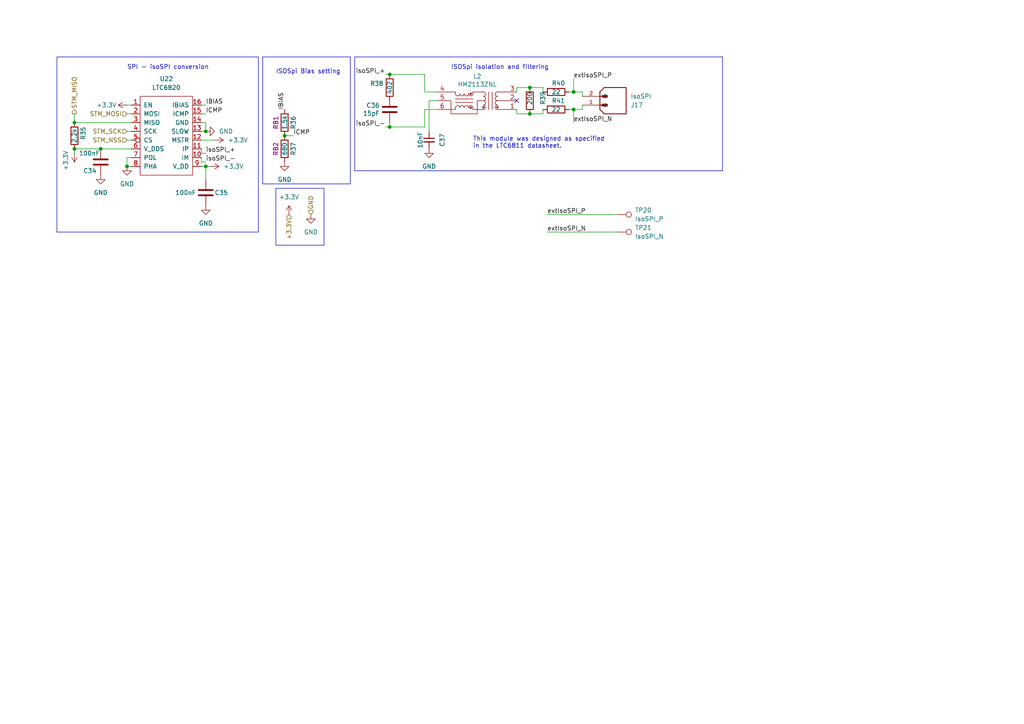
<source format=kicad_sch>
(kicad_sch (version 20231120) (generator "eeschema") (generator_version "8.0")
  (paper "A4")
  (lib_symbols
    (symbol "1FS_2_Global_Symbol_Library:1053091202" (pin_names (offset 1.016))
      (property "Reference" "J" (at 0 3.81 0))
      (property "Value" "1053091202" (at 0 -7.62 0))
      (symbol "1053091202_0_0"
        (polyline (pts (xy 0 -3.81) (xy 1.27 -5.08)) (stroke (width 0.254)))
        (polyline (pts (xy 0 -2.54) (xy 1.905 -2.54)) (stroke (width 0.254)))
        (polyline (pts (xy 0 0) (xy 0 -3.81)) (stroke (width 0.254)))
        (polyline (pts (xy 0 0) (xy 1.905 0)) (stroke (width 0.254)))
        (polyline (pts (xy 0 1.27) (xy 0 0)) (stroke (width 0.254)))
        (polyline (pts (xy 0 1.27) (xy 1.27 2.54)) (stroke (width 0.254)))
        (polyline (pts (xy 1.27 -5.08) (xy 7.62 -5.08)) (stroke (width 0.254)))
        (polyline (pts (xy 7.62 -5.08) (xy 7.62 2.54)) (stroke (width 0.254)))
        (polyline (pts (xy 7.62 2.54) (xy 1.27 2.54)) (stroke (width 0.254)))
        (rectangle (start 0.635 -2.8575) (end 2.2225 -2.2225) (stroke (width 0.1)) (fill (type outline)))
        (rectangle (start 0.635 -0.3175) (end 2.2225 0.3175) (stroke (width 0.1)) (fill (type outline)))
        (pin passive line (at -5.08 0 0) (length 5.08) (name "1") (number "1"))
        (pin passive line (at -5.08 -2.54 0) (length 5.08) (name "2") (number "2"))
      )
    )
    (symbol "Connector:TestPoint" (pin_numbers hide) (pin_names (offset 0.762) hide)
      (property "Reference" "TP" (at 0 6.858 0))
      (property "Value" "TestPoint" (at 0 5.08 0))
      (symbol "TestPoint_0_1"
        (circle (center 0 3.302) (radius 0.762))
      )
      (symbol "TestPoint_1_1"
        (pin passive line (at 0 0 90) (length 2.54) (name "1") (number "1"))
      )
    )
    (symbol "Device:C" (pin_numbers hide) (pin_names (offset 0.254))
      (property "Reference" "C" (at 0.635 2.54 0))
      (property "Value" "C" (at 0.635 -2.54 0))
      (symbol "C_0_1"
        (polyline (pts (xy -2.032 -0.762) (xy 2.032 -0.762)) (stroke (width 0.508)))
        (polyline (pts (xy -2.032 0.762) (xy 2.032 0.762)) (stroke (width 0.508)))
      )
      (symbol "C_1_1"
        (pin passive line (at 0 3.81 270) (length 2.794) (name "~") (number "1"))
        (pin passive line (at 0 -3.81 90) (length 2.794) (name "~") (number "2"))
      )
    )
    (symbol "Device:C_Small" (pin_numbers hide) (pin_names (offset 0.254) hide)
      (property "Reference" "C" (at 0.254 1.778 0))
      (property "Value" "C_Small" (at 0.254 -2.032 0))
      (symbol "C_Small_0_1"
        (polyline (pts (xy -1.524 -0.508) (xy 1.524 -0.508)) (stroke (width 0.3302)))
        (polyline (pts (xy -1.524 0.508) (xy 1.524 0.508)) (stroke (width 0.3048)))
      )
      (symbol "C_Small_1_1"
        (pin passive line (at 0 2.54 270) (length 2.032) (name "~") (number "1"))
        (pin passive line (at 0 -2.54 90) (length 2.032) (name "~") (number "2"))
      )
    )
    (symbol "Device:R" (pin_numbers hide) (pin_names (offset 0))
      (property "Reference" "R" (at 2.032 0 90))
      (property "Value" "R" (at 0 0 90))
      (symbol "R_0_1"
        (rectangle (start -1.016 -2.54) (end 1.016 2.54) (stroke (width 0.254)))
      )
      (symbol "R_1_1"
        (pin passive line (at 0 3.81 270) (length 1.27) (name "~") (number "1"))
        (pin passive line (at 0 -3.81 90) (length 1.27) (name "~") (number "2"))
      )
    )
    (symbol "FSSymbols:HM2113ZNL" (pin_names (offset 0.254) hide)
      (property "Reference" "L" (at 0 7.62 0))
      (property "Value" "HM2113ZNL" (at 0 5.08 0))
      (symbol "HM2113ZNL_0_1"
        (arc (start -6.35 2.032) (mid -5.715 1.3997) (end -5.08 2.032))
        (arc (start -5.08 -2.032) (mid -5.715 -1.3997) (end -6.35 -2.032))
        (arc (start -5.08 2.032) (mid -4.445 1.3997) (end -3.81 2.032))
        (arc (start -3.81 -2.032) (mid -4.445 -1.3997) (end -5.08 -2.032))
        (arc (start -3.81 2.032) (mid -3.175 1.3997) (end -2.54 2.032))
        (arc (start -2.54 -2.032) (mid -3.175 -1.3997) (end -3.81 -2.032))
        (arc (start -2.54 2.032) (mid -1.905 1.3997) (end -1.27 2.032))
        (circle (center -1.905 -2.032) (radius 0.254) (fill (type outline)))
        (circle (center -1.905 2.032) (radius 0.254) (fill (type outline)))
        (arc (start -1.27 -2.032) (mid -1.905 -1.3997) (end -2.54 -2.032))
        (polyline (pts (xy -8.89 2.54) (xy -6.35 2.54)))
        (polyline (pts (xy -6.35 -2.54) (xy -8.89 -2.54)))
        (polyline (pts (xy -6.35 -2.032) (xy -6.35 -2.54)))
        (polyline (pts (xy -6.35 -0.508) (xy -1.27 -0.508)))
        (polyline (pts (xy -6.35 2.54) (xy -6.35 2.032)))
        (polyline (pts (xy -1.27 -2.54) (xy 1.27 -2.54)))
        (polyline (pts (xy -1.27 -2.032) (xy -1.27 -2.54)))
        (polyline (pts (xy -1.27 0.508) (xy -6.35 0.508)))
        (polyline (pts (xy -1.27 2.032) (xy -1.27 2.54)))
        (polyline (pts (xy 1.27 2.54) (xy -1.27 2.54)))
        (polyline (pts (xy 1.27 2.54) (xy 1.778 2.54)))
        (polyline (pts (xy 1.778 -2.54) (xy 1.27 -2.54)))
        (polyline (pts (xy 3.302 -2.54) (xy 3.302 2.54)))
        (polyline (pts (xy 4.318 2.54) (xy 4.318 -2.54)))
        (polyline (pts (xy 5.842 -2.54) (xy 8.89 -2.54)))
        (polyline (pts (xy 5.842 2.54) (xy 6.35 2.54)))
        (polyline (pts (xy 6.35 2.54) (xy 8.89 2.54)))
        (polyline (pts (xy 8.89 0) (xy 5.842 0)))
        (polyline (pts (xy -8.89 0) (xy -7.62 0) (xy -7.62 -3.81) (xy 0 -3.81) (xy 0 0) (xy 1.778 0)))
        (arc (start 1.778 -2.54) (mid 2.4103 -1.905) (end 1.778 -1.27))
        (circle (center 1.778 -1.905) (radius 0.254) (fill (type outline)))
        (arc (start 1.778 -1.27) (mid 2.4103 -0.635) (end 1.778 0))
        (arc (start 1.778 0) (mid 2.4103 0.635) (end 1.778 1.27))
        (arc (start 1.778 1.27) (mid 2.4103 1.905) (end 1.778 2.54))
        (circle (center 5.842 -1.905) (radius 0.254) (fill (type outline)))
        (arc (start 5.842 -1.27) (mid 5.2097 -1.905) (end 5.842 -2.54))
        (arc (start 5.842 0) (mid 5.2097 -0.635) (end 5.842 -1.27))
        (arc (start 5.842 1.27) (mid 5.2097 0.635) (end 5.842 0))
        (arc (start 5.842 2.54) (mid 5.2097 1.905) (end 5.842 1.27))
      )
      (symbol "HM2113ZNL_1_1"
        (pin passive line (at 11.43 -2.54 180) (length 2.54) (name "1") (number "1"))
        (pin passive line (at 11.43 0 180) (length 2.54) (name "2") (number "2"))
        (pin passive line (at 11.43 2.54 180) (length 2.54) (name "3") (number "3"))
        (pin passive line (at -11.43 2.54 0) (length 2.54) (name "4") (number "4"))
        (pin passive line (at -11.43 0 0) (length 2.54) (name "5") (number "5"))
        (pin passive line (at -11.43 -2.54 0) (length 2.54) (name "6") (number "6"))
      )
    )
    (symbol "FS_2:LTC6820" (pin_names (offset 1.016))
      (property "Reference" "U" (at 0 3.81 0))
      (property "Value" "LTC6820" (at 0 1.27 0))
      (symbol "LTC6820_0_1"
        (rectangle (start -7.62 0) (end 7.62 -22.86))
      )
      (symbol "LTC6820_1_1"
        (pin input line (at -10.16 -2.54 0) (length 2.54) (name "EN") (number "1"))
        (pin bidirectional line (at 10.16 -17.78 180) (length 2.54) (name "IM") (number "10"))
        (pin bidirectional line (at 10.16 -15.24 180) (length 2.54) (name "IP") (number "11"))
        (pin input line (at 10.16 -12.7 180) (length 2.54) (name "MSTR") (number "12"))
        (pin input line (at 10.16 -10.16 180) (length 2.54) (name "SLOW") (number "13"))
        (pin power_in line (at 10.16 -7.62 180) (length 2.54) (name "GND") (number "14"))
        (pin input line (at 10.16 -5.08 180) (length 2.54) (name "ICMP") (number "15"))
        (pin output line (at 10.16 -2.54 180) (length 2.54) (name "IBIAS") (number "16"))
        (pin input line (at -10.16 -5.08 0) (length 2.54) (name "MOSI") (number "2"))
        (pin output line (at -10.16 -7.62 0) (length 2.54) (name "MISO") (number "3"))
        (pin input line (at -10.16 -10.16 0) (length 2.54) (name "SCK") (number "4"))
        (pin input inverted (at -10.16 -12.7 0) (length 2.54) (name "CS") (number "5"))
        (pin power_in line (at -10.16 -15.24 0) (length 2.54) (name "V_DDS") (number "6"))
        (pin input line (at -10.16 -17.78 0) (length 2.54) (name "POL") (number "7"))
        (pin input line (at -10.16 -20.32 0) (length 2.54) (name "PHA") (number "8"))
        (pin power_in line (at 10.16 -20.32 180) (length 2.54) (name "V_DD") (number "9"))
      )
    )
    (symbol "power:+3.3V" (power) (pin_names (offset 0))
      (property "Value" "+3.3V" (at 0 3.556 0))
      (symbol "+3.3V_0_1"
        (polyline (pts (xy -0.762 1.27) (xy 0 2.54)))
        (polyline (pts (xy 0 0) (xy 0 2.54)))
        (polyline (pts (xy 0 2.54) (xy 0.762 1.27)))
      )
      (symbol "+3.3V_1_1"
        (pin power_in line (at 0 0 90) (length 0) hide (name "+3.3V") (number "1"))
      )
    )
    (symbol "power:GND" (power) (pin_names (offset 0))
      (property "Value" "GND" (at 0 -3.81 0))
      (symbol "GND_0_1"
        (polyline (pts (xy 0 0) (xy 0 -1.27) (xy 1.27 -1.27) (xy 0 -2.54) (xy -1.27 -1.27) (xy 0 -1.27)))
      )
      (symbol "GND_1_1"
        (pin power_in line (at 0 0 270) (length 0) hide (name "GND") (number "1"))
      )
    )
  )
  (junction (at 21.59 43.18))
  (junction (at 21.59 35.56))
  (junction (at 59.69 48.26))
  (junction (at 59.69 38.1))
  (junction (at 113.03 21.59))
  (junction (at 29.21 43.18))
  (junction (at 166.37 26.67))
  (junction (at 166.37 31.75))
  (junction (at 82.55 39.37))
  (junction (at 153.67 33.02))
  (junction (at 36.83 48.26))
  (junction (at 153.67 25.4))
  (junction (at 113.03 36.83))
  (no_connect (at 149.86 29.21))
  (wire (pts (xy 165.1 26.67) (xy 166.37 26.67)))
  (wire (pts (xy 123.19 31.75) (xy 127 31.75)))
  (wire (pts (xy 149.86 33.02) (xy 149.86 31.75)))
  (wire (pts (xy 58.42 44.45) (xy 58.42 43.18)))
  (wire (pts (xy 85.09 39.37) (xy 82.55 39.37)))
  (polyline (pts (xy 102.87 49.53) (xy 209.55 49.53)))
  (wire (pts (xy 153.67 25.4) (xy 149.86 25.4)))
  (wire (pts (xy 21.59 35.56) (xy 38.1 35.56)))
  (wire (pts (xy 157.48 33.02) (xy 157.48 31.75)))
  (wire (pts (xy 36.83 40.64) (xy 38.1 40.64)))
  (polyline (pts (xy 101.6 16.51) (xy 76.2 16.51)))
  (wire (pts (xy 29.21 43.18) (xy 38.1 43.18)))
  (wire (pts (xy 21.59 33.02) (xy 21.59 35.56)))
  (wire (pts (xy 153.67 25.4) (xy 157.48 25.4)))
  (wire (pts (xy 166.37 35.56) (xy 166.37 31.75)))
  (wire (pts (xy 59.69 38.1) (xy 58.42 38.1)))
  (wire (pts (xy 59.69 48.26) (xy 58.42 48.26)))
  (wire (pts (xy 111.76 21.59) (xy 113.03 21.59)))
  (wire (pts (xy 59.69 44.45) (xy 58.42 44.45)))
  (wire (pts (xy 59.69 46.99) (xy 58.42 46.99)))
  (wire (pts (xy 59.69 52.07) (xy 59.69 48.26)))
  (wire (pts (xy 58.42 35.56) (xy 59.69 35.56)))
  (polyline (pts (xy 209.55 16.51) (xy 209.55 49.53)))
  (wire (pts (xy 157.48 33.02) (xy 153.67 33.02)))
  (wire (pts (xy 59.69 30.48) (xy 58.42 30.48)))
  (wire (pts (xy 166.37 22.86) (xy 166.37 26.67)))
  (wire (pts (xy 36.83 38.1) (xy 38.1 38.1)))
  (wire (pts (xy 59.69 35.56) (xy 59.69 38.1)))
  (wire (pts (xy 149.86 25.4) (xy 149.86 26.67)))
  (wire (pts (xy 166.37 26.67) (xy 168.91 26.67)))
  (polyline (pts (xy 76.2 16.51) (xy 76.2 53.34)))
  (wire (pts (xy 59.69 33.02) (xy 58.42 33.02)))
  (wire (pts (xy 36.83 45.72) (xy 38.1 45.72)))
  (wire (pts (xy 157.48 25.4) (xy 157.48 26.67)))
  (wire (pts (xy 59.69 48.26) (xy 60.96 48.26)))
  (wire (pts (xy 113.03 35.56) (xy 113.03 36.83)))
  (polyline (pts (xy 101.6 53.34) (xy 101.6 16.51)))
  (wire (pts (xy 36.83 48.26) (xy 38.1 48.26)))
  (polyline (pts (xy 102.87 49.53) (xy 102.87 16.51)))
  (wire (pts (xy 168.91 26.67) (xy 168.91 27.94)))
  (wire (pts (xy 158.75 67.31) (xy 179.07 67.31)))
  (wire (pts (xy 149.86 33.02) (xy 153.67 33.02)))
  (wire (pts (xy 124.46 29.21) (xy 127 29.21)))
  (wire (pts (xy 21.59 43.18) (xy 29.21 43.18)))
  (wire (pts (xy 123.19 31.75) (xy 123.19 36.83)))
  (polyline (pts (xy 76.2 53.34) (xy 101.6 53.34)))
  (wire (pts (xy 36.83 30.48) (xy 38.1 30.48)))
  (wire (pts (xy 113.03 27.94) (xy 113.03 29.21)))
  (wire (pts (xy 124.46 38.1) (xy 124.46 29.21)))
  (wire (pts (xy 168.91 30.48) (xy 168.91 31.75)))
  (wire (pts (xy 166.37 31.75) (xy 165.1 31.75)))
  (wire (pts (xy 168.91 31.75) (xy 166.37 31.75)))
  (wire (pts (xy 113.03 36.83) (xy 123.19 36.83)))
  (wire (pts (xy 113.03 21.59) (xy 123.19 21.59)))
  (wire (pts (xy 158.75 62.23) (xy 179.07 62.23)))
  (polyline (pts (xy 102.87 16.51) (xy 209.55 16.51)))
  (wire (pts (xy 62.23 40.64) (xy 58.42 40.64)))
  (wire (pts (xy 123.19 26.67) (xy 127 26.67)))
  (wire (pts (xy 21.59 44.45) (xy 21.59 43.18)))
  (wire (pts (xy 111.76 36.83) (xy 113.03 36.83)))
  (wire (pts (xy 123.19 21.59) (xy 123.19 26.67)))
  (wire (pts (xy 36.83 48.26) (xy 36.83 45.72)))
  (wire (pts (xy 36.83 33.02) (xy 38.1 33.02)))
  (wire (pts (xy 58.42 46.99) (xy 58.42 45.72)))
  (rectangle (start 80.01 54.61) (end 93.98 71.12))
  (rectangle (start 16.51 16.51) (end 74.93 67.31))
  (text "ISOSpi Bias setting" (at 80.01 21.59 0) (effects (font (size 1.27 1.27)) (justify left bottom)))
  (text "This module was designed as specified\nin the LTC6811 datasheet." (at 137.16 43.18 0) (effects (font (size 1.27 1.27)) (justify left bottom)))
  (text "ISOSpi isolation and filtering" (at 130.81 20.32 0) (effects (font (size 1.27 1.27)) (justify left bottom)))
  (text "SPI - isoSPI conversion\n" (at 36.83 20.32 0) (effects (font (size 1.27 1.27)) (justify left bottom)))
  (label "extIsoSPI_N" (at 158.75 67.31 0))
  (label "isoSPI_+" (at 111.76 21.59 180))
  (label "extIsoSPI_N" (at 166.37 35.56 0))
  (label "IBIAS" (at 82.55 31.75 90))
  (label "extIsoSPI_P" (at 158.75 62.23 0))
  (label "ICMP" (at 59.69 33.02 0))
  (label "isoSPI_+" (at 59.69 44.45 0))
  (label "IBIAS" (at 59.69 30.48 0))
  (label "isoSPI_-" (at 59.69 46.99 0))
  (label "extIsoSPI_P" (at 166.37 22.86 0))
  (label "isoSPI_-" (at 111.76 36.83 180))
  (label "ICMP" (at 85.09 39.37 0))
  (hierarchical_label "STM_MOSI" (shape input) (at 36.83 33.02 180))
  (hierarchical_label "GND" (shape input) (at 90.17 62.23 90))
  (hierarchical_label "STM_SCK" (shape input) (at 36.83 38.1 180))
  (hierarchical_label "STM_NSS" (shape input) (at 36.83 40.64 180))
  (hierarchical_label "STM_MISO" (shape output) (at 21.59 33.02 90))
  (hierarchical_label "+3.3V" (shape input) (at 83.82 62.23 270))
  (symbol (lib_id "power:GND") (at 90.17 62.23 0) (unit 1)
    (property "Reference" "#PWR0129" (effects (hide yes)))
    (property "Value" "GND" (at 90.17 67.31 0))
  )
  (symbol (lib_id "Device:R") (at 153.67 29.21 0) (unit 1)
    (property "Reference" "R39" (at 157.48 30.48 90) (effects (justify left)))
    (property "Value" "200" (at 153.67 30.48 90) (effects (justify left)))
    (property "Footprint" "Resistor_SMD:R_0805_2012Metric_Pad1.20x1.40mm_HandSolder" (effects (hide yes)))
  )
  (symbol (lib_id "Device:C") (at 113.03 31.75 0) (mirror x) (unit 1)
    (property "Reference" "C36" (at 110.1344 30.5816 0) (effects (justify right)))
    (property "Value" "15pF" (at 110.1344 32.893 0) (effects (justify right)))
    (property "Footprint" "Capacitor_SMD:C_0805_2012Metric_Pad1.18x1.45mm_HandSolder" (effects (hide yes)))
  )
  (symbol (lib_id "Device:R") (at 161.29 31.75 270) (mirror x) (unit 1)
    (property "Reference" "R41" (at 160.02 29.21 90) (effects (justify left)))
    (property "Value" "22" (at 161.29 31.75 90))
    (property "Footprint" "Resistor_SMD:R_0805_2012Metric_Pad1.20x1.40mm_HandSolder" (effects (hide yes)))
  )
  (symbol (lib_id "1FS_2_Global_Symbol_Library:1053091202") (at 173.99 30.48 0) (mirror x) (unit 1)
    (property "Reference" "J17" (at 182.88 30.48 0) (effects (justify left)))
    (property "Value" "IsoSPI" (at 182.88 27.94 0) (effects (justify left)))
    (property "Footprint" "1FS_2_Global_Footprint_Library:MOLEX_1053091202" (effects (hide yes)))
    (property "PARTREV" "H" (effects (hide yes)))
    (property "STANDARD" "Manufacturer Recommendations" (effects (hide yes)))
    (property "MAXIMUM_PACKAGE_HEIGHT" "10.51 mm" (effects (hide yes)))
    (property "MANUFACTURER" "Molex" (effects (hide yes)))
  )
  (symbol (lib_id "Device:C") (at 59.69 55.88 0) (unit 1)
    (property "Reference" "C35" (at 62.23 55.88 0) (effects (justify left)))
    (property "Value" "100nF" (at 50.8 55.88 0) (effects (justify left)))
    (property "Footprint" "Capacitor_SMD:C_0805_2012Metric_Pad1.18x1.45mm_HandSolder" (effects (hide yes)))
  )
  (symbol (lib_id "power:GND") (at 124.46 43.18 0) (unit 1)
    (property "Reference" "#PWR0130" (effects (hide yes)))
    (property "Value" "GND" (at 124.46 48.26 0))
  )
  (symbol (lib_id "Device:R") (at 82.55 43.18 180) (unit 1)
    (property "Reference" "R37" (at 85.09 43.18 90))
    (property "Value" "680" (at 82.55 43.18 90))
    (property "Footprint" "Resistor_SMD:R_0805_2012Metric_Pad1.20x1.40mm_HandSolder" (effects (hide yes)))
    (property "Schematic Name" "RB2" (at 80.01 43.18 90))
  )
  (symbol (lib_id "power:+3.3V") (at 83.82 62.23 0) (unit 1)
    (property "Reference" "#PWR0128" (effects (hide yes)))
    (property "Value" "+3.3V" (at 83.82 57.15 0))
  )
  (symbol (lib_id "power:+3.3V") (at 60.96 48.26 270) (unit 1)
    (property "Reference" "#PWR0125" (effects (hide yes)))
    (property "Value" "+3.3V" (at 64.77 48.26 90) (effects (justify left)))
  )
  (symbol (lib_id "Device:C_Small") (at 124.46 40.64 0) (unit 1)
    (property "Reference" "C37" (at 128.27 40.64 90))
    (property "Value" "10nF" (at 121.92 40.64 90))
    (property "Footprint" "Capacitor_SMD:C_0805_2012Metric_Pad1.18x1.45mm_HandSolder" (effects (hide yes)))
  )
  (symbol (lib_id "power:GND") (at 36.83 48.26 0) (unit 1)
    (property "Reference" "#PWR0122" (effects (hide yes)))
    (property "Value" "GND" (at 36.83 53.34 0))
  )
  (symbol (lib_id "Device:R") (at 21.59 39.37 0) (unit 1)
    (property "Reference" "R35" (at 24.13 40.64 90) (effects (justify left)))
    (property "Value" "2.2k" (at 21.59 39.37 90))
    (property "Footprint" "Resistor_SMD:R_0805_2012Metric_Pad1.20x1.40mm_HandSolder" (effects (hide yes)))
  )
  (symbol (lib_id "Connector:TestPoint") (at 179.07 62.23 270) (unit 1)
    (property "Reference" "TP20" (at 184.15 60.9599 90) (effects (justify left)))
    (property "Value" "IsoSPI_P" (at 184.15 63.4999 90) (effects (justify left)))
    (property "Footprint" "TestPoint:TestPoint_Loop_D2.50mm_Drill1.0mm" (effects (hide yes)))
    (property "Description" "test point" (effects (hide yes)))
  )
  (symbol (lib_id "Device:C") (at 29.21 46.99 0) (unit 1)
    (property "Reference" "C34" (at 24.13 49.53 0) (effects (justify left)))
    (property "Value" "100nF" (at 22.86 44.45 0) (effects (justify left)))
    (property "Footprint" "Capacitor_SMD:C_0805_2012Metric_Pad1.18x1.45mm_HandSolder" (effects (hide yes)))
  )
  (symbol (lib_id "FS_2:LTC6820") (at 48.26 27.94 0) (unit 1)
    (property "Reference" "U22" (at 48.26 22.86 0))
    (property "Value" "LTC6820" (at 48.26 25.4 0))
    (property "Footprint" "1FS_2_Global_Footprint_Library:MSOP-16_[LTC6820]_10_thou_compat" (effects (hide yes)))
  )
  (symbol (lib_id "Device:R") (at 113.03 25.4 0) (mirror y) (unit 1)
    (property "Reference" "R38" (at 111.252 24.2316 0) (effects (justify left)))
    (property "Value" "402" (at 113.03 25.4 90))
    (property "Footprint" "Resistor_SMD:R_0805_2012Metric_Pad1.20x1.40mm_HandSolder" (effects (hide yes)))
  )
  (symbol (lib_id "power:GND") (at 59.69 38.1 90) (unit 1)
    (property "Reference" "#PWR0123" (effects (hide yes)))
    (property "Value" "GND" (at 63.5 38.1 90) (effects (justify right)))
  )
  (symbol (lib_id "Device:R") (at 82.55 35.56 180) (unit 1)
    (property "Reference" "R36" (at 85.09 35.56 90))
    (property "Value" "1.5k" (at 82.55 35.56 90))
    (property "Footprint" "Resistor_SMD:R_0805_2012Metric_Pad1.20x1.40mm_HandSolder" (effects (hide yes)))
    (property "Schematic Name" "RB1" (at 80.01 35.56 90))
  )
  (symbol (lib_id "Connector:TestPoint") (at 179.07 67.31 270) (unit 1)
    (property "Reference" "TP21" (at 184.15 66.0399 90) (effects (justify left)))
    (property "Value" "IsoSPI_N" (at 184.15 68.5799 90) (effects (justify left)))
    (property "Footprint" "TestPoint:TestPoint_Loop_D2.50mm_Drill1.0mm" (effects (hide yes)))
    (property "Description" "test point" (effects (hide yes)))
  )
  (symbol (lib_id "power:GND") (at 82.55 46.99 0) (unit 1)
    (property "Reference" "#PWR0127" (effects (hide yes)))
    (property "Value" "GND" (at 82.55 52.07 0))
  )
  (symbol (lib_id "power:GND") (at 59.69 59.69 0) (unit 1)
    (property "Reference" "#PWR0124" (effects (hide yes)))
    (property "Value" "GND" (at 59.69 64.77 0))
  )
  (symbol (lib_id "Device:R") (at 161.29 26.67 270) (mirror x) (unit 1)
    (property "Reference" "R40" (at 160.02 24.13 90) (effects (justify left)))
    (property "Value" "22" (at 161.29 26.67 90))
    (property "Footprint" "Resistor_SMD:R_0805_2012Metric_Pad1.20x1.40mm_HandSolder" (effects (hide yes)))
  )
  (symbol (lib_id "FSSymbols:HM2113ZNL") (at 138.43 29.21 0) (unit 1)
    (property "Reference" "L2" (at 138.43 22.1488 0))
    (property "Value" "HM2113ZNL" (at 138.43 24.4602 0))
    (property "Footprint" "1FS_2_Global_Footprint_Library:HM2113ZNL" (effects (hide yes)))
  )
  (symbol (lib_id "power:GND") (at 29.21 50.8 0) (unit 1)
    (property "Reference" "#PWR0120" (effects (hide yes)))
    (property "Value" "GND" (at 29.21 55.88 0))
  )
  (symbol (lib_id "power:+3.3V") (at 62.23 40.64 270) (unit 1)
    (property "Reference" "#PWR0126" (effects (hide yes)))
    (property "Value" "+3.3V" (at 66.04 40.64 90) (effects (justify left)))
  )
  (symbol (lib_id "power:+3.3V") (at 36.83 30.48 90) (unit 1)
    (property "Reference" "#PWR0121" (effects (hide yes)))
    (property "Value" "+3.3V" (at 27.94 30.48 90) (effects (justify right)))
  )
  (symbol (lib_id "power:+3.3V") (at 21.59 44.45 180) (unit 1)
    (property "Reference" "#PWR0119" (effects (hide yes)))
    (property "Value" "+3.3V" (at 19.05 49.53 90) (effects (justify right)))
  )
)
</source>
